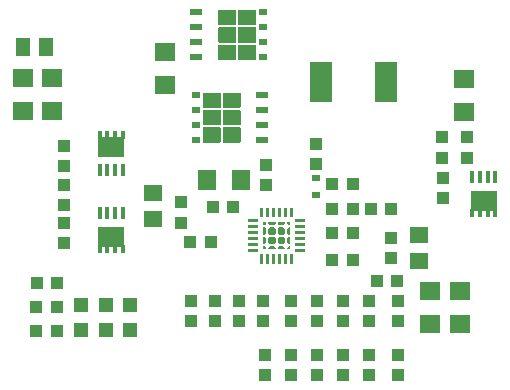
<source format=gbr>
G04 EAGLE Gerber RS-274X export*
G75*
%MOMM*%
%FSLAX34Y34*%
%LPD*%
%INSolderpaste Top*%
%IPPOS*%
%AMOC8*
5,1,8,0,0,1.08239X$1,22.5*%
G01*
%ADD10R,1.800000X1.600000*%
%ADD11R,1.100000X1.000000*%
%ADD12R,1.000000X1.100000*%
%ADD13R,1.300000X1.500000*%
%ADD14R,1.270000X1.270000*%
%ADD15R,1.850000X3.500000*%
%ADD16R,0.406400X0.990600*%
%ADD17R,2.235200X1.727200*%
%ADD18R,0.406400X0.762000*%
%ADD19R,0.766000X0.510000*%
%ADD20R,1.072000X0.560000*%
%ADD21R,1.500000X1.400000*%
%ADD22R,1.600000X1.803000*%
%ADD23R,1.803000X1.600000*%
%ADD24R,0.700000X0.600000*%

G36*
X291898Y259006D02*
X291898Y259006D01*
X291904Y259004D01*
X292003Y259014D01*
X292014Y259020D01*
X292028Y259019D01*
X292123Y259048D01*
X292132Y259056D01*
X292146Y259057D01*
X292234Y259104D01*
X292241Y259114D01*
X292254Y259118D01*
X292331Y259181D01*
X292337Y259192D01*
X292349Y259199D01*
X292412Y259276D01*
X292415Y259287D01*
X292426Y259296D01*
X292473Y259384D01*
X292474Y259396D01*
X292482Y259407D01*
X292511Y259502D01*
X292510Y259514D01*
X292516Y259527D01*
X292526Y259626D01*
X292524Y259632D01*
X292526Y259638D01*
X292526Y271322D01*
X292524Y271328D01*
X292526Y271334D01*
X292516Y271433D01*
X292510Y271444D01*
X292511Y271458D01*
X292482Y271553D01*
X292474Y271562D01*
X292473Y271576D01*
X292426Y271664D01*
X292416Y271671D01*
X292412Y271684D01*
X292349Y271761D01*
X292338Y271767D01*
X292331Y271779D01*
X292254Y271842D01*
X292243Y271845D01*
X292234Y271856D01*
X292146Y271903D01*
X292134Y271904D01*
X292123Y271912D01*
X292028Y271941D01*
X292016Y271940D01*
X292003Y271946D01*
X291904Y271956D01*
X291898Y271954D01*
X291892Y271956D01*
X278108Y271956D01*
X278102Y271954D01*
X278096Y271956D01*
X277997Y271946D01*
X277986Y271940D01*
X277972Y271941D01*
X277877Y271912D01*
X277868Y271904D01*
X277854Y271903D01*
X277766Y271856D01*
X277759Y271846D01*
X277746Y271842D01*
X277669Y271779D01*
X277663Y271768D01*
X277651Y271761D01*
X277588Y271684D01*
X277585Y271673D01*
X277574Y271664D01*
X277527Y271576D01*
X277526Y271564D01*
X277518Y271553D01*
X277489Y271458D01*
X277490Y271446D01*
X277484Y271434D01*
X277474Y271334D01*
X277476Y271328D01*
X277474Y271322D01*
X277474Y259638D01*
X277475Y259634D01*
X277474Y259631D01*
X277475Y259629D01*
X277474Y259626D01*
X277484Y259526D01*
X277490Y259516D01*
X277489Y259502D01*
X277518Y259407D01*
X277526Y259398D01*
X277527Y259384D01*
X277574Y259296D01*
X277584Y259289D01*
X277588Y259276D01*
X277651Y259199D01*
X277662Y259193D01*
X277669Y259181D01*
X277746Y259118D01*
X277757Y259115D01*
X277766Y259104D01*
X277854Y259057D01*
X277866Y259056D01*
X277877Y259048D01*
X277972Y259019D01*
X277984Y259020D01*
X277997Y259014D01*
X278096Y259004D01*
X278102Y259006D01*
X278108Y259004D01*
X291892Y259004D01*
X291898Y259006D01*
G37*
G36*
X321738Y328926D02*
X321738Y328926D01*
X321744Y328924D01*
X321843Y328934D01*
X321854Y328940D01*
X321868Y328939D01*
X321963Y328968D01*
X321972Y328976D01*
X321986Y328977D01*
X322074Y329024D01*
X322081Y329034D01*
X322094Y329038D01*
X322171Y329101D01*
X322177Y329112D01*
X322189Y329119D01*
X322252Y329196D01*
X322255Y329207D01*
X322266Y329216D01*
X322313Y329304D01*
X322314Y329316D01*
X322322Y329327D01*
X322351Y329422D01*
X322350Y329434D01*
X322356Y329446D01*
X322366Y329546D01*
X322364Y329552D01*
X322366Y329558D01*
X322366Y341242D01*
X322364Y341248D01*
X322366Y341254D01*
X322356Y341354D01*
X322350Y341364D01*
X322351Y341378D01*
X322322Y341473D01*
X322314Y341482D01*
X322313Y341496D01*
X322266Y341584D01*
X322256Y341591D01*
X322252Y341604D01*
X322189Y341681D01*
X322178Y341687D01*
X322171Y341699D01*
X322094Y341762D01*
X322083Y341765D01*
X322074Y341776D01*
X321986Y341823D01*
X321974Y341824D01*
X321963Y341832D01*
X321868Y341861D01*
X321856Y341860D01*
X321843Y341866D01*
X321744Y341876D01*
X321738Y341874D01*
X321732Y341876D01*
X307948Y341876D01*
X307942Y341874D01*
X307936Y341876D01*
X307837Y341866D01*
X307826Y341860D01*
X307812Y341861D01*
X307717Y341832D01*
X307708Y341824D01*
X307694Y341823D01*
X307606Y341776D01*
X307599Y341766D01*
X307586Y341762D01*
X307509Y341699D01*
X307503Y341688D01*
X307491Y341681D01*
X307428Y341604D01*
X307425Y341593D01*
X307414Y341584D01*
X307367Y341496D01*
X307366Y341484D01*
X307358Y341473D01*
X307329Y341378D01*
X307330Y341366D01*
X307324Y341353D01*
X307314Y341254D01*
X307316Y341248D01*
X307314Y341242D01*
X307314Y329558D01*
X307315Y329554D01*
X307314Y329551D01*
X307315Y329549D01*
X307314Y329546D01*
X307324Y329447D01*
X307330Y329436D01*
X307329Y329422D01*
X307358Y329327D01*
X307366Y329318D01*
X307367Y329304D01*
X307414Y329216D01*
X307424Y329209D01*
X307428Y329196D01*
X307491Y329119D01*
X307502Y329113D01*
X307509Y329101D01*
X307586Y329038D01*
X307597Y329035D01*
X307606Y329024D01*
X307694Y328977D01*
X307706Y328976D01*
X307717Y328968D01*
X307812Y328939D01*
X307824Y328940D01*
X307837Y328934D01*
X307936Y328924D01*
X307942Y328926D01*
X307948Y328924D01*
X321732Y328924D01*
X321738Y328926D01*
G37*
G36*
X291898Y273706D02*
X291898Y273706D01*
X291904Y273704D01*
X292003Y273714D01*
X292014Y273720D01*
X292028Y273719D01*
X292123Y273748D01*
X292132Y273756D01*
X292146Y273757D01*
X292234Y273804D01*
X292241Y273814D01*
X292254Y273818D01*
X292331Y273881D01*
X292337Y273892D01*
X292349Y273899D01*
X292412Y273976D01*
X292415Y273987D01*
X292426Y273996D01*
X292473Y274084D01*
X292474Y274096D01*
X292482Y274107D01*
X292511Y274202D01*
X292510Y274214D01*
X292516Y274227D01*
X292526Y274326D01*
X292524Y274332D01*
X292526Y274338D01*
X292526Y286022D01*
X292524Y286028D01*
X292526Y286034D01*
X292516Y286133D01*
X292510Y286144D01*
X292511Y286158D01*
X292482Y286253D01*
X292474Y286262D01*
X292473Y286276D01*
X292426Y286364D01*
X292416Y286371D01*
X292412Y286384D01*
X292349Y286461D01*
X292338Y286467D01*
X292331Y286479D01*
X292254Y286542D01*
X292243Y286545D01*
X292234Y286556D01*
X292146Y286603D01*
X292134Y286604D01*
X292123Y286612D01*
X292028Y286641D01*
X292016Y286640D01*
X292003Y286646D01*
X291904Y286656D01*
X291898Y286654D01*
X291892Y286656D01*
X278108Y286656D01*
X278102Y286654D01*
X278096Y286656D01*
X277997Y286646D01*
X277986Y286640D01*
X277972Y286641D01*
X277877Y286612D01*
X277868Y286604D01*
X277854Y286603D01*
X277766Y286556D01*
X277759Y286546D01*
X277746Y286542D01*
X277669Y286479D01*
X277663Y286468D01*
X277651Y286461D01*
X277588Y286384D01*
X277585Y286373D01*
X277574Y286364D01*
X277527Y286276D01*
X277526Y286264D01*
X277518Y286253D01*
X277489Y286158D01*
X277490Y286146D01*
X277484Y286134D01*
X277474Y286034D01*
X277476Y286028D01*
X277474Y286022D01*
X277474Y274338D01*
X277475Y274334D01*
X277474Y274331D01*
X277475Y274329D01*
X277474Y274326D01*
X277484Y274226D01*
X277490Y274216D01*
X277489Y274202D01*
X277518Y274107D01*
X277526Y274098D01*
X277527Y274084D01*
X277574Y273996D01*
X277584Y273989D01*
X277588Y273976D01*
X277651Y273899D01*
X277662Y273893D01*
X277669Y273881D01*
X277746Y273818D01*
X277757Y273815D01*
X277766Y273804D01*
X277854Y273757D01*
X277866Y273756D01*
X277877Y273748D01*
X277972Y273719D01*
X277984Y273720D01*
X277997Y273714D01*
X278096Y273704D01*
X278102Y273706D01*
X278108Y273704D01*
X291892Y273704D01*
X291898Y273706D01*
G37*
G36*
X321738Y314226D02*
X321738Y314226D01*
X321744Y314224D01*
X321843Y314234D01*
X321854Y314240D01*
X321868Y314239D01*
X321963Y314268D01*
X321972Y314276D01*
X321986Y314277D01*
X322074Y314324D01*
X322081Y314334D01*
X322094Y314338D01*
X322171Y314401D01*
X322177Y314412D01*
X322189Y314419D01*
X322252Y314496D01*
X322255Y314507D01*
X322266Y314516D01*
X322313Y314604D01*
X322314Y314616D01*
X322322Y314627D01*
X322351Y314722D01*
X322350Y314734D01*
X322356Y314747D01*
X322366Y314846D01*
X322364Y314852D01*
X322366Y314858D01*
X322366Y326542D01*
X322364Y326548D01*
X322366Y326554D01*
X322356Y326654D01*
X322350Y326664D01*
X322351Y326678D01*
X322322Y326773D01*
X322314Y326782D01*
X322313Y326796D01*
X322266Y326884D01*
X322256Y326891D01*
X322252Y326904D01*
X322189Y326981D01*
X322178Y326987D01*
X322171Y326999D01*
X322094Y327062D01*
X322083Y327065D01*
X322074Y327076D01*
X321986Y327123D01*
X321974Y327124D01*
X321963Y327132D01*
X321868Y327161D01*
X321856Y327160D01*
X321843Y327166D01*
X321744Y327176D01*
X321738Y327174D01*
X321732Y327176D01*
X307948Y327176D01*
X307942Y327174D01*
X307936Y327176D01*
X307837Y327166D01*
X307826Y327160D01*
X307812Y327161D01*
X307717Y327132D01*
X307708Y327124D01*
X307694Y327123D01*
X307606Y327076D01*
X307599Y327066D01*
X307586Y327062D01*
X307509Y326999D01*
X307503Y326988D01*
X307491Y326981D01*
X307428Y326904D01*
X307425Y326893D01*
X307414Y326884D01*
X307367Y326796D01*
X307366Y326784D01*
X307358Y326773D01*
X307329Y326678D01*
X307330Y326666D01*
X307324Y326653D01*
X307314Y326554D01*
X307316Y326548D01*
X307314Y326542D01*
X307314Y314858D01*
X307315Y314854D01*
X307314Y314851D01*
X307315Y314849D01*
X307314Y314846D01*
X307324Y314747D01*
X307330Y314736D01*
X307329Y314722D01*
X307358Y314627D01*
X307366Y314618D01*
X307367Y314604D01*
X307414Y314516D01*
X307424Y314509D01*
X307428Y314496D01*
X307491Y314419D01*
X307502Y314413D01*
X307509Y314401D01*
X307586Y314338D01*
X307597Y314335D01*
X307606Y314324D01*
X307694Y314277D01*
X307706Y314276D01*
X307717Y314268D01*
X307812Y314239D01*
X307824Y314240D01*
X307837Y314234D01*
X307936Y314224D01*
X307942Y314226D01*
X307948Y314224D01*
X321732Y314224D01*
X321738Y314226D01*
G37*
G36*
X291898Y244306D02*
X291898Y244306D01*
X291904Y244304D01*
X292003Y244314D01*
X292014Y244320D01*
X292028Y244319D01*
X292123Y244348D01*
X292132Y244356D01*
X292146Y244357D01*
X292234Y244404D01*
X292241Y244414D01*
X292254Y244418D01*
X292331Y244481D01*
X292337Y244492D01*
X292349Y244499D01*
X292412Y244576D01*
X292415Y244587D01*
X292426Y244596D01*
X292473Y244684D01*
X292474Y244696D01*
X292482Y244707D01*
X292511Y244802D01*
X292510Y244814D01*
X292516Y244827D01*
X292526Y244926D01*
X292524Y244932D01*
X292526Y244938D01*
X292526Y256622D01*
X292524Y256628D01*
X292526Y256634D01*
X292516Y256733D01*
X292510Y256744D01*
X292511Y256758D01*
X292482Y256853D01*
X292474Y256862D01*
X292473Y256876D01*
X292426Y256964D01*
X292416Y256971D01*
X292412Y256984D01*
X292349Y257061D01*
X292338Y257067D01*
X292331Y257079D01*
X292254Y257142D01*
X292243Y257145D01*
X292234Y257156D01*
X292146Y257203D01*
X292134Y257204D01*
X292123Y257212D01*
X292028Y257241D01*
X292016Y257240D01*
X292003Y257246D01*
X291904Y257256D01*
X291898Y257254D01*
X291892Y257256D01*
X278108Y257256D01*
X278102Y257254D01*
X278096Y257256D01*
X277997Y257246D01*
X277986Y257240D01*
X277972Y257241D01*
X277877Y257212D01*
X277868Y257204D01*
X277854Y257203D01*
X277766Y257156D01*
X277759Y257146D01*
X277746Y257142D01*
X277669Y257079D01*
X277663Y257068D01*
X277651Y257061D01*
X277588Y256984D01*
X277585Y256973D01*
X277574Y256964D01*
X277527Y256876D01*
X277526Y256864D01*
X277518Y256853D01*
X277489Y256758D01*
X277490Y256746D01*
X277484Y256734D01*
X277474Y256634D01*
X277476Y256628D01*
X277474Y256622D01*
X277474Y244938D01*
X277475Y244934D01*
X277474Y244931D01*
X277475Y244929D01*
X277474Y244926D01*
X277484Y244827D01*
X277490Y244816D01*
X277489Y244802D01*
X277518Y244707D01*
X277526Y244698D01*
X277527Y244684D01*
X277574Y244596D01*
X277584Y244589D01*
X277588Y244576D01*
X277651Y244499D01*
X277662Y244493D01*
X277669Y244481D01*
X277746Y244418D01*
X277757Y244415D01*
X277766Y244404D01*
X277854Y244357D01*
X277866Y244356D01*
X277877Y244348D01*
X277972Y244319D01*
X277984Y244320D01*
X277997Y244314D01*
X278096Y244304D01*
X278102Y244306D01*
X278108Y244304D01*
X291892Y244304D01*
X291898Y244306D01*
G37*
G36*
X321738Y343626D02*
X321738Y343626D01*
X321744Y343624D01*
X321843Y343634D01*
X321854Y343640D01*
X321868Y343639D01*
X321963Y343668D01*
X321972Y343676D01*
X321986Y343677D01*
X322074Y343724D01*
X322081Y343734D01*
X322094Y343738D01*
X322171Y343801D01*
X322177Y343812D01*
X322189Y343819D01*
X322252Y343896D01*
X322255Y343907D01*
X322266Y343916D01*
X322313Y344004D01*
X322314Y344016D01*
X322322Y344027D01*
X322351Y344122D01*
X322350Y344134D01*
X322356Y344146D01*
X322366Y344246D01*
X322364Y344252D01*
X322366Y344258D01*
X322366Y355942D01*
X322364Y355948D01*
X322366Y355954D01*
X322356Y356054D01*
X322350Y356064D01*
X322351Y356078D01*
X322322Y356173D01*
X322314Y356182D01*
X322313Y356196D01*
X322266Y356284D01*
X322256Y356291D01*
X322252Y356304D01*
X322189Y356381D01*
X322178Y356387D01*
X322171Y356399D01*
X322094Y356462D01*
X322083Y356465D01*
X322074Y356476D01*
X321986Y356523D01*
X321974Y356524D01*
X321963Y356532D01*
X321868Y356561D01*
X321856Y356560D01*
X321843Y356566D01*
X321744Y356576D01*
X321738Y356574D01*
X321732Y356576D01*
X307948Y356576D01*
X307942Y356574D01*
X307936Y356576D01*
X307837Y356566D01*
X307826Y356560D01*
X307812Y356561D01*
X307717Y356532D01*
X307708Y356524D01*
X307694Y356523D01*
X307606Y356476D01*
X307599Y356466D01*
X307586Y356462D01*
X307509Y356399D01*
X307503Y356388D01*
X307491Y356381D01*
X307428Y356304D01*
X307425Y356293D01*
X307414Y356284D01*
X307367Y356196D01*
X307366Y356184D01*
X307358Y356173D01*
X307329Y356078D01*
X307330Y356066D01*
X307324Y356053D01*
X307314Y355954D01*
X307316Y355948D01*
X307314Y355942D01*
X307314Y344258D01*
X307315Y344254D01*
X307314Y344251D01*
X307315Y344249D01*
X307314Y344246D01*
X307324Y344147D01*
X307330Y344136D01*
X307329Y344122D01*
X307358Y344027D01*
X307366Y344018D01*
X307367Y344004D01*
X307414Y343916D01*
X307424Y343909D01*
X307428Y343896D01*
X307491Y343819D01*
X307502Y343813D01*
X307509Y343801D01*
X307586Y343738D01*
X307597Y343735D01*
X307606Y343724D01*
X307694Y343677D01*
X307706Y343676D01*
X307717Y343668D01*
X307812Y343639D01*
X307824Y343640D01*
X307837Y343634D01*
X307936Y343624D01*
X307942Y343626D01*
X307948Y343624D01*
X321732Y343624D01*
X321738Y343626D01*
G37*
G36*
X304938Y328926D02*
X304938Y328926D01*
X304944Y328924D01*
X305043Y328934D01*
X305054Y328940D01*
X305068Y328939D01*
X305163Y328968D01*
X305172Y328976D01*
X305186Y328977D01*
X305274Y329024D01*
X305281Y329034D01*
X305294Y329038D01*
X305371Y329101D01*
X305377Y329112D01*
X305389Y329119D01*
X305452Y329196D01*
X305455Y329207D01*
X305466Y329216D01*
X305513Y329304D01*
X305514Y329316D01*
X305522Y329327D01*
X305551Y329422D01*
X305550Y329434D01*
X305556Y329447D01*
X305566Y329546D01*
X305564Y329552D01*
X305566Y329558D01*
X305566Y341242D01*
X305564Y341248D01*
X305566Y341254D01*
X305556Y341353D01*
X305550Y341364D01*
X305551Y341378D01*
X305522Y341473D01*
X305514Y341482D01*
X305513Y341496D01*
X305466Y341584D01*
X305456Y341591D01*
X305452Y341604D01*
X305389Y341681D01*
X305378Y341687D01*
X305371Y341699D01*
X305294Y341762D01*
X305283Y341765D01*
X305274Y341776D01*
X305186Y341823D01*
X305174Y341824D01*
X305163Y341832D01*
X305068Y341861D01*
X305056Y341860D01*
X305043Y341866D01*
X304944Y341876D01*
X304938Y341874D01*
X304932Y341876D01*
X291148Y341876D01*
X291142Y341874D01*
X291136Y341876D01*
X291037Y341866D01*
X291026Y341860D01*
X291012Y341861D01*
X290917Y341832D01*
X290908Y341824D01*
X290894Y341823D01*
X290806Y341776D01*
X290799Y341766D01*
X290786Y341762D01*
X290709Y341699D01*
X290703Y341688D01*
X290691Y341681D01*
X290628Y341604D01*
X290625Y341593D01*
X290614Y341584D01*
X290567Y341496D01*
X290566Y341484D01*
X290558Y341473D01*
X290529Y341378D01*
X290530Y341366D01*
X290524Y341354D01*
X290514Y341254D01*
X290516Y341248D01*
X290514Y341242D01*
X290514Y329558D01*
X290515Y329554D01*
X290514Y329551D01*
X290515Y329549D01*
X290514Y329546D01*
X290524Y329446D01*
X290530Y329436D01*
X290529Y329422D01*
X290558Y329327D01*
X290566Y329318D01*
X290567Y329304D01*
X290614Y329216D01*
X290624Y329209D01*
X290628Y329196D01*
X290691Y329119D01*
X290702Y329113D01*
X290709Y329101D01*
X290786Y329038D01*
X290797Y329035D01*
X290806Y329024D01*
X290894Y328977D01*
X290906Y328976D01*
X290917Y328968D01*
X291012Y328939D01*
X291024Y328940D01*
X291037Y328934D01*
X291136Y328924D01*
X291142Y328926D01*
X291148Y328924D01*
X304932Y328924D01*
X304938Y328926D01*
G37*
G36*
X308698Y259006D02*
X308698Y259006D01*
X308704Y259004D01*
X308803Y259014D01*
X308814Y259020D01*
X308828Y259019D01*
X308923Y259048D01*
X308932Y259056D01*
X308946Y259057D01*
X309034Y259104D01*
X309041Y259114D01*
X309054Y259118D01*
X309131Y259181D01*
X309137Y259192D01*
X309149Y259199D01*
X309212Y259276D01*
X309215Y259287D01*
X309226Y259296D01*
X309273Y259384D01*
X309274Y259396D01*
X309282Y259407D01*
X309311Y259502D01*
X309310Y259514D01*
X309316Y259526D01*
X309326Y259626D01*
X309324Y259632D01*
X309326Y259638D01*
X309326Y271322D01*
X309324Y271328D01*
X309326Y271334D01*
X309316Y271434D01*
X309310Y271444D01*
X309311Y271458D01*
X309282Y271553D01*
X309274Y271562D01*
X309273Y271576D01*
X309226Y271664D01*
X309216Y271671D01*
X309212Y271684D01*
X309149Y271761D01*
X309138Y271767D01*
X309131Y271779D01*
X309054Y271842D01*
X309043Y271845D01*
X309034Y271856D01*
X308946Y271903D01*
X308934Y271904D01*
X308923Y271912D01*
X308828Y271941D01*
X308816Y271940D01*
X308803Y271946D01*
X308704Y271956D01*
X308698Y271954D01*
X308692Y271956D01*
X294908Y271956D01*
X294902Y271954D01*
X294896Y271956D01*
X294797Y271946D01*
X294786Y271940D01*
X294772Y271941D01*
X294677Y271912D01*
X294668Y271904D01*
X294654Y271903D01*
X294566Y271856D01*
X294559Y271846D01*
X294546Y271842D01*
X294469Y271779D01*
X294463Y271768D01*
X294451Y271761D01*
X294388Y271684D01*
X294385Y271673D01*
X294374Y271664D01*
X294327Y271576D01*
X294326Y271564D01*
X294318Y271553D01*
X294289Y271458D01*
X294290Y271446D01*
X294284Y271433D01*
X294274Y271334D01*
X294276Y271328D01*
X294274Y271322D01*
X294274Y259638D01*
X294275Y259634D01*
X294274Y259631D01*
X294275Y259629D01*
X294274Y259626D01*
X294284Y259527D01*
X294290Y259516D01*
X294289Y259502D01*
X294318Y259407D01*
X294326Y259398D01*
X294327Y259384D01*
X294374Y259296D01*
X294384Y259289D01*
X294388Y259276D01*
X294451Y259199D01*
X294462Y259193D01*
X294469Y259181D01*
X294546Y259118D01*
X294557Y259115D01*
X294566Y259104D01*
X294654Y259057D01*
X294666Y259056D01*
X294677Y259048D01*
X294772Y259019D01*
X294784Y259020D01*
X294797Y259014D01*
X294896Y259004D01*
X294902Y259006D01*
X294908Y259004D01*
X308692Y259004D01*
X308698Y259006D01*
G37*
G36*
X304938Y343626D02*
X304938Y343626D01*
X304944Y343624D01*
X305043Y343634D01*
X305054Y343640D01*
X305068Y343639D01*
X305163Y343668D01*
X305172Y343676D01*
X305186Y343677D01*
X305274Y343724D01*
X305281Y343734D01*
X305294Y343738D01*
X305371Y343801D01*
X305377Y343812D01*
X305389Y343819D01*
X305452Y343896D01*
X305455Y343907D01*
X305466Y343916D01*
X305513Y344004D01*
X305514Y344016D01*
X305522Y344027D01*
X305551Y344122D01*
X305550Y344134D01*
X305556Y344147D01*
X305566Y344246D01*
X305564Y344252D01*
X305566Y344258D01*
X305566Y355942D01*
X305564Y355948D01*
X305566Y355954D01*
X305556Y356053D01*
X305550Y356064D01*
X305551Y356078D01*
X305522Y356173D01*
X305514Y356182D01*
X305513Y356196D01*
X305466Y356284D01*
X305456Y356291D01*
X305452Y356304D01*
X305389Y356381D01*
X305378Y356387D01*
X305371Y356399D01*
X305294Y356462D01*
X305283Y356465D01*
X305274Y356476D01*
X305186Y356523D01*
X305174Y356524D01*
X305163Y356532D01*
X305068Y356561D01*
X305056Y356560D01*
X305043Y356566D01*
X304944Y356576D01*
X304938Y356574D01*
X304932Y356576D01*
X291148Y356576D01*
X291142Y356574D01*
X291136Y356576D01*
X291037Y356566D01*
X291026Y356560D01*
X291012Y356561D01*
X290917Y356532D01*
X290908Y356524D01*
X290894Y356523D01*
X290806Y356476D01*
X290799Y356466D01*
X290786Y356462D01*
X290709Y356399D01*
X290703Y356388D01*
X290691Y356381D01*
X290628Y356304D01*
X290625Y356293D01*
X290614Y356284D01*
X290567Y356196D01*
X290566Y356184D01*
X290558Y356173D01*
X290529Y356078D01*
X290530Y356066D01*
X290524Y356054D01*
X290514Y355954D01*
X290516Y355948D01*
X290514Y355942D01*
X290514Y344258D01*
X290515Y344254D01*
X290514Y344251D01*
X290515Y344249D01*
X290514Y344246D01*
X290524Y344146D01*
X290530Y344136D01*
X290529Y344122D01*
X290558Y344027D01*
X290566Y344018D01*
X290567Y344004D01*
X290614Y343916D01*
X290624Y343909D01*
X290628Y343896D01*
X290691Y343819D01*
X290702Y343813D01*
X290709Y343801D01*
X290786Y343738D01*
X290797Y343735D01*
X290806Y343724D01*
X290894Y343677D01*
X290906Y343676D01*
X290917Y343668D01*
X291012Y343639D01*
X291024Y343640D01*
X291037Y343634D01*
X291136Y343624D01*
X291142Y343626D01*
X291148Y343624D01*
X304932Y343624D01*
X304938Y343626D01*
G37*
G36*
X308698Y244306D02*
X308698Y244306D01*
X308704Y244304D01*
X308803Y244314D01*
X308814Y244320D01*
X308828Y244319D01*
X308923Y244348D01*
X308932Y244356D01*
X308946Y244357D01*
X309034Y244404D01*
X309041Y244414D01*
X309054Y244418D01*
X309131Y244481D01*
X309137Y244492D01*
X309149Y244499D01*
X309212Y244576D01*
X309215Y244587D01*
X309226Y244596D01*
X309273Y244684D01*
X309274Y244696D01*
X309282Y244707D01*
X309311Y244802D01*
X309310Y244814D01*
X309316Y244827D01*
X309326Y244926D01*
X309324Y244932D01*
X309326Y244938D01*
X309326Y256622D01*
X309324Y256628D01*
X309326Y256634D01*
X309316Y256734D01*
X309310Y256744D01*
X309311Y256758D01*
X309282Y256853D01*
X309274Y256862D01*
X309273Y256876D01*
X309226Y256964D01*
X309216Y256971D01*
X309212Y256984D01*
X309149Y257061D01*
X309138Y257067D01*
X309131Y257079D01*
X309054Y257142D01*
X309043Y257145D01*
X309034Y257156D01*
X308946Y257203D01*
X308934Y257204D01*
X308923Y257212D01*
X308828Y257241D01*
X308816Y257240D01*
X308803Y257246D01*
X308704Y257256D01*
X308698Y257254D01*
X308692Y257256D01*
X294908Y257256D01*
X294902Y257254D01*
X294896Y257256D01*
X294797Y257246D01*
X294786Y257240D01*
X294772Y257241D01*
X294677Y257212D01*
X294668Y257204D01*
X294654Y257203D01*
X294566Y257156D01*
X294559Y257146D01*
X294546Y257142D01*
X294469Y257079D01*
X294463Y257068D01*
X294451Y257061D01*
X294388Y256984D01*
X294385Y256973D01*
X294374Y256964D01*
X294327Y256876D01*
X294326Y256864D01*
X294318Y256853D01*
X294289Y256758D01*
X294290Y256746D01*
X294284Y256733D01*
X294274Y256634D01*
X294276Y256628D01*
X294274Y256622D01*
X294274Y244938D01*
X294275Y244934D01*
X294274Y244931D01*
X294275Y244929D01*
X294274Y244926D01*
X294284Y244827D01*
X294290Y244816D01*
X294289Y244802D01*
X294318Y244707D01*
X294326Y244698D01*
X294327Y244684D01*
X294374Y244596D01*
X294384Y244589D01*
X294388Y244576D01*
X294451Y244499D01*
X294462Y244493D01*
X294469Y244481D01*
X294546Y244418D01*
X294557Y244415D01*
X294566Y244404D01*
X294654Y244357D01*
X294666Y244356D01*
X294677Y244348D01*
X294772Y244319D01*
X294784Y244320D01*
X294797Y244314D01*
X294896Y244304D01*
X294902Y244306D01*
X294908Y244304D01*
X308692Y244304D01*
X308698Y244306D01*
G37*
G36*
X304938Y314226D02*
X304938Y314226D01*
X304944Y314224D01*
X305043Y314234D01*
X305054Y314240D01*
X305068Y314239D01*
X305163Y314268D01*
X305172Y314276D01*
X305186Y314277D01*
X305274Y314324D01*
X305281Y314334D01*
X305294Y314338D01*
X305371Y314401D01*
X305377Y314412D01*
X305389Y314419D01*
X305452Y314496D01*
X305455Y314507D01*
X305466Y314516D01*
X305513Y314604D01*
X305514Y314616D01*
X305522Y314627D01*
X305551Y314722D01*
X305550Y314734D01*
X305556Y314747D01*
X305566Y314846D01*
X305564Y314852D01*
X305566Y314858D01*
X305566Y326542D01*
X305564Y326548D01*
X305566Y326554D01*
X305556Y326653D01*
X305550Y326664D01*
X305551Y326678D01*
X305522Y326773D01*
X305514Y326782D01*
X305513Y326796D01*
X305466Y326884D01*
X305456Y326891D01*
X305452Y326904D01*
X305389Y326981D01*
X305378Y326987D01*
X305371Y326999D01*
X305294Y327062D01*
X305283Y327065D01*
X305274Y327076D01*
X305186Y327123D01*
X305174Y327124D01*
X305163Y327132D01*
X305068Y327161D01*
X305056Y327160D01*
X305043Y327166D01*
X304944Y327176D01*
X304938Y327174D01*
X304932Y327176D01*
X291148Y327176D01*
X291142Y327174D01*
X291136Y327176D01*
X291037Y327166D01*
X291026Y327160D01*
X291012Y327161D01*
X290917Y327132D01*
X290908Y327124D01*
X290894Y327123D01*
X290806Y327076D01*
X290799Y327066D01*
X290786Y327062D01*
X290709Y326999D01*
X290703Y326988D01*
X290691Y326981D01*
X290628Y326904D01*
X290625Y326893D01*
X290614Y326884D01*
X290567Y326796D01*
X290566Y326784D01*
X290558Y326773D01*
X290529Y326678D01*
X290530Y326666D01*
X290524Y326654D01*
X290514Y326554D01*
X290516Y326548D01*
X290514Y326542D01*
X290514Y314858D01*
X290515Y314854D01*
X290514Y314851D01*
X290515Y314849D01*
X290514Y314846D01*
X290524Y314747D01*
X290530Y314736D01*
X290529Y314722D01*
X290558Y314627D01*
X290566Y314618D01*
X290567Y314604D01*
X290614Y314516D01*
X290624Y314509D01*
X290628Y314496D01*
X290691Y314419D01*
X290702Y314413D01*
X290709Y314401D01*
X290786Y314338D01*
X290797Y314335D01*
X290806Y314324D01*
X290894Y314277D01*
X290906Y314276D01*
X290917Y314268D01*
X291012Y314239D01*
X291024Y314240D01*
X291037Y314234D01*
X291136Y314224D01*
X291142Y314226D01*
X291148Y314224D01*
X304932Y314224D01*
X304938Y314226D01*
G37*
G36*
X308698Y273706D02*
X308698Y273706D01*
X308704Y273704D01*
X308803Y273714D01*
X308814Y273720D01*
X308828Y273719D01*
X308923Y273748D01*
X308932Y273756D01*
X308946Y273757D01*
X309034Y273804D01*
X309041Y273814D01*
X309054Y273818D01*
X309131Y273881D01*
X309137Y273892D01*
X309149Y273899D01*
X309212Y273976D01*
X309215Y273987D01*
X309226Y273996D01*
X309273Y274084D01*
X309274Y274096D01*
X309282Y274107D01*
X309311Y274202D01*
X309310Y274214D01*
X309316Y274226D01*
X309326Y274326D01*
X309324Y274332D01*
X309326Y274338D01*
X309326Y286022D01*
X309324Y286028D01*
X309326Y286034D01*
X309316Y286134D01*
X309310Y286144D01*
X309311Y286158D01*
X309282Y286253D01*
X309274Y286262D01*
X309273Y286276D01*
X309226Y286364D01*
X309216Y286371D01*
X309212Y286384D01*
X309149Y286461D01*
X309138Y286467D01*
X309131Y286479D01*
X309054Y286542D01*
X309043Y286545D01*
X309034Y286556D01*
X308946Y286603D01*
X308934Y286604D01*
X308923Y286612D01*
X308828Y286641D01*
X308816Y286640D01*
X308803Y286646D01*
X308704Y286656D01*
X308698Y286654D01*
X308692Y286656D01*
X294908Y286656D01*
X294902Y286654D01*
X294896Y286656D01*
X294797Y286646D01*
X294786Y286640D01*
X294772Y286641D01*
X294677Y286612D01*
X294668Y286604D01*
X294654Y286603D01*
X294566Y286556D01*
X294559Y286546D01*
X294546Y286542D01*
X294469Y286479D01*
X294463Y286468D01*
X294451Y286461D01*
X294388Y286384D01*
X294385Y286373D01*
X294374Y286364D01*
X294327Y286276D01*
X294326Y286264D01*
X294318Y286253D01*
X294289Y286158D01*
X294290Y286146D01*
X294284Y286133D01*
X294274Y286034D01*
X294276Y286028D01*
X294274Y286022D01*
X294274Y274338D01*
X294275Y274334D01*
X294274Y274331D01*
X294275Y274329D01*
X294274Y274326D01*
X294284Y274227D01*
X294290Y274216D01*
X294289Y274202D01*
X294318Y274107D01*
X294326Y274098D01*
X294327Y274084D01*
X294374Y273996D01*
X294384Y273989D01*
X294388Y273976D01*
X294451Y273899D01*
X294462Y273893D01*
X294469Y273881D01*
X294546Y273818D01*
X294557Y273815D01*
X294566Y273804D01*
X294654Y273757D01*
X294666Y273756D01*
X294677Y273748D01*
X294772Y273719D01*
X294784Y273720D01*
X294797Y273714D01*
X294896Y273704D01*
X294902Y273706D01*
X294908Y273704D01*
X308692Y273704D01*
X308698Y273706D01*
G37*
G36*
X337509Y158401D02*
X337509Y158401D01*
X337512Y158400D01*
X337595Y158437D01*
X339009Y159851D01*
X339011Y159854D01*
X339013Y159855D01*
X339046Y159940D01*
X339046Y162986D01*
X339045Y162989D01*
X339046Y162992D01*
X339009Y163075D01*
X337595Y164489D01*
X337592Y164491D01*
X337591Y164493D01*
X337506Y164526D01*
X334460Y164526D01*
X334457Y164525D01*
X334454Y164526D01*
X334371Y164489D01*
X332957Y163075D01*
X332956Y163072D01*
X332953Y163071D01*
X332920Y162986D01*
X332920Y159940D01*
X332921Y159937D01*
X332920Y159934D01*
X332957Y159851D01*
X334371Y158437D01*
X334374Y158436D01*
X334375Y158433D01*
X334460Y158400D01*
X337506Y158400D01*
X337509Y158401D01*
G37*
G36*
X345383Y158401D02*
X345383Y158401D01*
X345386Y158400D01*
X345469Y158437D01*
X346883Y159851D01*
X346885Y159854D01*
X346887Y159855D01*
X346920Y159940D01*
X346920Y162986D01*
X346919Y162989D01*
X346920Y162992D01*
X346883Y163075D01*
X345469Y164489D01*
X345466Y164491D01*
X345465Y164493D01*
X345380Y164526D01*
X342334Y164526D01*
X342331Y164525D01*
X342328Y164526D01*
X342245Y164489D01*
X340831Y163075D01*
X340830Y163072D01*
X340827Y163071D01*
X340794Y162986D01*
X340794Y159940D01*
X340795Y159937D01*
X340794Y159934D01*
X340831Y159851D01*
X342245Y158437D01*
X342248Y158436D01*
X342249Y158433D01*
X342334Y158400D01*
X345380Y158400D01*
X345383Y158401D01*
G37*
G36*
X337509Y166275D02*
X337509Y166275D01*
X337512Y166274D01*
X337595Y166311D01*
X339009Y167725D01*
X339011Y167728D01*
X339013Y167729D01*
X339046Y167814D01*
X339046Y170860D01*
X339045Y170863D01*
X339046Y170866D01*
X339009Y170949D01*
X337595Y172363D01*
X337592Y172365D01*
X337591Y172367D01*
X337506Y172400D01*
X334460Y172400D01*
X334457Y172399D01*
X334454Y172400D01*
X334371Y172363D01*
X332957Y170949D01*
X332956Y170946D01*
X332953Y170945D01*
X332920Y170860D01*
X332920Y167814D01*
X332921Y167811D01*
X332920Y167808D01*
X332957Y167725D01*
X334371Y166311D01*
X334374Y166310D01*
X334375Y166307D01*
X334460Y166274D01*
X337506Y166274D01*
X337509Y166275D01*
G37*
G36*
X345383Y166275D02*
X345383Y166275D01*
X345386Y166274D01*
X345469Y166311D01*
X346883Y167725D01*
X346885Y167728D01*
X346887Y167729D01*
X346920Y167814D01*
X346920Y170860D01*
X346919Y170863D01*
X346920Y170866D01*
X346883Y170949D01*
X345469Y172363D01*
X345466Y172365D01*
X345465Y172367D01*
X345380Y172400D01*
X342334Y172400D01*
X342331Y172399D01*
X342328Y172400D01*
X342245Y172363D01*
X340831Y170949D01*
X340830Y170946D01*
X340827Y170945D01*
X340794Y170860D01*
X340794Y167814D01*
X340795Y167811D01*
X340794Y167808D01*
X340831Y167725D01*
X342245Y166311D01*
X342248Y166310D01*
X342249Y166307D01*
X342334Y166274D01*
X345380Y166274D01*
X345383Y166275D01*
G37*
G36*
X363673Y171624D02*
X363673Y171624D01*
X363675Y171623D01*
X363718Y171643D01*
X363762Y171661D01*
X363763Y171663D01*
X363765Y171664D01*
X363797Y171749D01*
X363797Y174051D01*
X363797Y174053D01*
X363797Y174055D01*
X363777Y174098D01*
X363759Y174142D01*
X363757Y174143D01*
X363756Y174145D01*
X363671Y174177D01*
X355669Y174177D01*
X355667Y174177D01*
X355665Y174177D01*
X355622Y174157D01*
X355578Y174139D01*
X355577Y174137D01*
X355575Y174136D01*
X355543Y174051D01*
X355543Y171749D01*
X355544Y171747D01*
X355543Y171745D01*
X355563Y171702D01*
X355581Y171658D01*
X355583Y171657D01*
X355584Y171655D01*
X355669Y171623D01*
X363671Y171623D01*
X363673Y171624D01*
G37*
G36*
X324173Y156624D02*
X324173Y156624D01*
X324175Y156623D01*
X324218Y156643D01*
X324262Y156661D01*
X324263Y156663D01*
X324265Y156664D01*
X324297Y156749D01*
X324297Y159051D01*
X324297Y159053D01*
X324297Y159055D01*
X324277Y159098D01*
X324259Y159142D01*
X324257Y159143D01*
X324256Y159145D01*
X324171Y159177D01*
X316169Y159177D01*
X316167Y159177D01*
X316165Y159177D01*
X316122Y159157D01*
X316078Y159139D01*
X316077Y159137D01*
X316075Y159136D01*
X316043Y159051D01*
X316043Y156749D01*
X316044Y156747D01*
X316043Y156745D01*
X316063Y156702D01*
X316081Y156658D01*
X316083Y156657D01*
X316084Y156655D01*
X316169Y156623D01*
X324171Y156623D01*
X324173Y156624D01*
G37*
G36*
X338572Y181024D02*
X338572Y181024D01*
X338574Y181023D01*
X338618Y181043D01*
X338661Y181061D01*
X338662Y181063D01*
X338664Y181064D01*
X338697Y181149D01*
X338697Y189151D01*
X338696Y189153D01*
X338697Y189155D01*
X338677Y189198D01*
X338658Y189242D01*
X338656Y189243D01*
X338655Y189245D01*
X338570Y189277D01*
X336268Y189277D01*
X336266Y189277D01*
X336264Y189277D01*
X336221Y189257D01*
X336178Y189239D01*
X336177Y189237D01*
X336175Y189236D01*
X336142Y189151D01*
X336142Y181149D01*
X336143Y181147D01*
X336142Y181145D01*
X336162Y181102D01*
X336180Y181058D01*
X336182Y181057D01*
X336183Y181055D01*
X336268Y181023D01*
X338570Y181023D01*
X338572Y181024D01*
G37*
G36*
X333571Y181024D02*
X333571Y181024D01*
X333573Y181023D01*
X333616Y181043D01*
X333660Y181061D01*
X333661Y181063D01*
X333663Y181064D01*
X333695Y181149D01*
X333695Y189151D01*
X333695Y189153D01*
X333695Y189155D01*
X333676Y189198D01*
X333657Y189242D01*
X333655Y189243D01*
X333654Y189245D01*
X333569Y189277D01*
X331267Y189277D01*
X331265Y189277D01*
X331263Y189277D01*
X331220Y189257D01*
X331176Y189239D01*
X331176Y189237D01*
X331174Y189236D01*
X331141Y189151D01*
X331141Y181149D01*
X331142Y181147D01*
X331141Y181145D01*
X331161Y181102D01*
X331179Y181058D01*
X331181Y181057D01*
X331182Y181055D01*
X331267Y181023D01*
X333569Y181023D01*
X333571Y181024D01*
G37*
G36*
X348575Y181024D02*
X348575Y181024D01*
X348577Y181023D01*
X348620Y181043D01*
X348664Y181061D01*
X348664Y181063D01*
X348666Y181064D01*
X348699Y181149D01*
X348699Y189151D01*
X348698Y189153D01*
X348699Y189155D01*
X348679Y189198D01*
X348661Y189242D01*
X348659Y189243D01*
X348658Y189245D01*
X348573Y189277D01*
X346271Y189277D01*
X346269Y189277D01*
X346267Y189277D01*
X346224Y189257D01*
X346180Y189239D01*
X346179Y189237D01*
X346177Y189236D01*
X346145Y189151D01*
X346145Y181149D01*
X346145Y181147D01*
X346145Y181145D01*
X346165Y181102D01*
X346183Y181058D01*
X346185Y181057D01*
X346186Y181055D01*
X346271Y181023D01*
X348573Y181023D01*
X348575Y181024D01*
G37*
G36*
X328570Y181024D02*
X328570Y181024D01*
X328572Y181023D01*
X328615Y181043D01*
X328659Y181061D01*
X328659Y181063D01*
X328661Y181064D01*
X328694Y181149D01*
X328694Y189151D01*
X328693Y189153D01*
X328694Y189155D01*
X328674Y189198D01*
X328656Y189242D01*
X328654Y189243D01*
X328653Y189245D01*
X328568Y189277D01*
X326266Y189277D01*
X326264Y189277D01*
X326262Y189277D01*
X326219Y189257D01*
X326175Y189239D01*
X326174Y189237D01*
X326172Y189236D01*
X326140Y189151D01*
X326140Y181149D01*
X326140Y181147D01*
X326140Y181145D01*
X326159Y181102D01*
X326178Y181058D01*
X326180Y181057D01*
X326181Y181055D01*
X326266Y181023D01*
X328568Y181023D01*
X328570Y181024D01*
G37*
G36*
X353576Y181024D02*
X353576Y181024D01*
X353578Y181023D01*
X353621Y181043D01*
X353665Y181061D01*
X353666Y181063D01*
X353668Y181064D01*
X353700Y181149D01*
X353700Y189151D01*
X353700Y189153D01*
X353700Y189155D01*
X353681Y189198D01*
X353662Y189242D01*
X353660Y189243D01*
X353659Y189245D01*
X353574Y189277D01*
X351272Y189277D01*
X351270Y189277D01*
X351268Y189277D01*
X351225Y189257D01*
X351181Y189239D01*
X351181Y189237D01*
X351179Y189236D01*
X351146Y189151D01*
X351146Y181149D01*
X351147Y181147D01*
X351146Y181145D01*
X351166Y181102D01*
X351184Y181058D01*
X351186Y181057D01*
X351187Y181055D01*
X351272Y181023D01*
X353574Y181023D01*
X353576Y181024D01*
G37*
G36*
X343574Y181024D02*
X343574Y181024D01*
X343576Y181023D01*
X343619Y181043D01*
X343662Y181061D01*
X343663Y181063D01*
X343665Y181064D01*
X343698Y181149D01*
X343698Y189151D01*
X343697Y189153D01*
X343698Y189155D01*
X343678Y189198D01*
X343660Y189242D01*
X343658Y189243D01*
X343657Y189245D01*
X343572Y189277D01*
X341270Y189277D01*
X341268Y189277D01*
X341266Y189277D01*
X341223Y189257D01*
X341179Y189239D01*
X341178Y189237D01*
X341176Y189236D01*
X341143Y189151D01*
X341143Y181149D01*
X341144Y181147D01*
X341143Y181145D01*
X341163Y181102D01*
X341182Y181058D01*
X341184Y181057D01*
X341185Y181055D01*
X341270Y181023D01*
X343572Y181023D01*
X343574Y181024D01*
G37*
G36*
X338572Y141524D02*
X338572Y141524D01*
X338574Y141523D01*
X338618Y141543D01*
X338661Y141561D01*
X338662Y141563D01*
X338664Y141564D01*
X338697Y141649D01*
X338697Y149651D01*
X338696Y149653D01*
X338697Y149655D01*
X338677Y149698D01*
X338658Y149742D01*
X338656Y149743D01*
X338655Y149745D01*
X338570Y149777D01*
X336268Y149777D01*
X336266Y149777D01*
X336264Y149777D01*
X336221Y149757D01*
X336178Y149739D01*
X336177Y149737D01*
X336175Y149736D01*
X336142Y149651D01*
X336142Y141649D01*
X336143Y141647D01*
X336142Y141645D01*
X336162Y141602D01*
X336180Y141558D01*
X336182Y141557D01*
X336183Y141555D01*
X336268Y141523D01*
X338570Y141523D01*
X338572Y141524D01*
G37*
G36*
X324173Y171624D02*
X324173Y171624D01*
X324175Y171623D01*
X324218Y171643D01*
X324262Y171661D01*
X324263Y171663D01*
X324265Y171664D01*
X324297Y171749D01*
X324297Y174051D01*
X324297Y174053D01*
X324297Y174055D01*
X324277Y174098D01*
X324259Y174142D01*
X324257Y174143D01*
X324256Y174145D01*
X324171Y174177D01*
X316169Y174177D01*
X316167Y174177D01*
X316165Y174177D01*
X316122Y174157D01*
X316078Y174139D01*
X316077Y174137D01*
X316075Y174136D01*
X316043Y174051D01*
X316043Y171749D01*
X316044Y171747D01*
X316043Y171745D01*
X316063Y171702D01*
X316081Y171658D01*
X316083Y171657D01*
X316084Y171656D01*
X316169Y171623D01*
X324171Y171623D01*
X324173Y171624D01*
G37*
G36*
X328570Y141524D02*
X328570Y141524D01*
X328572Y141523D01*
X328615Y141543D01*
X328659Y141561D01*
X328659Y141563D01*
X328661Y141564D01*
X328694Y141649D01*
X328694Y149651D01*
X328693Y149653D01*
X328694Y149655D01*
X328674Y149698D01*
X328656Y149742D01*
X328654Y149743D01*
X328653Y149745D01*
X328568Y149777D01*
X326266Y149777D01*
X326264Y149777D01*
X326262Y149777D01*
X326219Y149757D01*
X326175Y149739D01*
X326174Y149737D01*
X326172Y149736D01*
X326140Y149651D01*
X326140Y141649D01*
X326140Y141647D01*
X326140Y141645D01*
X326159Y141602D01*
X326178Y141558D01*
X326180Y141557D01*
X326181Y141555D01*
X326266Y141523D01*
X328568Y141523D01*
X328570Y141524D01*
G37*
G36*
X363673Y166624D02*
X363673Y166624D01*
X363675Y166623D01*
X363718Y166643D01*
X363762Y166661D01*
X363763Y166663D01*
X363765Y166664D01*
X363797Y166749D01*
X363797Y169051D01*
X363797Y169053D01*
X363797Y169055D01*
X363777Y169098D01*
X363759Y169142D01*
X363757Y169143D01*
X363756Y169145D01*
X363671Y169177D01*
X355669Y169177D01*
X355667Y169176D01*
X355665Y169177D01*
X355622Y169157D01*
X355578Y169139D01*
X355577Y169137D01*
X355575Y169136D01*
X355543Y169051D01*
X355543Y166749D01*
X355544Y166747D01*
X355543Y166745D01*
X355563Y166702D01*
X355581Y166658D01*
X355583Y166657D01*
X355584Y166655D01*
X355669Y166623D01*
X363671Y166623D01*
X363673Y166624D01*
G37*
G36*
X324173Y166624D02*
X324173Y166624D01*
X324175Y166623D01*
X324218Y166643D01*
X324262Y166661D01*
X324263Y166663D01*
X324265Y166664D01*
X324297Y166749D01*
X324297Y169051D01*
X324297Y169053D01*
X324297Y169055D01*
X324277Y169098D01*
X324259Y169142D01*
X324257Y169143D01*
X324256Y169145D01*
X324171Y169177D01*
X316169Y169177D01*
X316167Y169176D01*
X316165Y169177D01*
X316122Y169157D01*
X316078Y169139D01*
X316077Y169137D01*
X316075Y169136D01*
X316043Y169051D01*
X316043Y166749D01*
X316044Y166747D01*
X316043Y166745D01*
X316063Y166702D01*
X316081Y166658D01*
X316083Y166657D01*
X316084Y166655D01*
X316169Y166623D01*
X324171Y166623D01*
X324173Y166624D01*
G37*
G36*
X363673Y161624D02*
X363673Y161624D01*
X363675Y161623D01*
X363718Y161643D01*
X363762Y161661D01*
X363763Y161663D01*
X363765Y161664D01*
X363797Y161749D01*
X363797Y164051D01*
X363797Y164053D01*
X363797Y164055D01*
X363777Y164098D01*
X363759Y164142D01*
X363757Y164143D01*
X363756Y164145D01*
X363671Y164177D01*
X355669Y164177D01*
X355667Y164177D01*
X355665Y164177D01*
X355622Y164157D01*
X355578Y164139D01*
X355577Y164137D01*
X355575Y164136D01*
X355543Y164051D01*
X355543Y161749D01*
X355544Y161747D01*
X355543Y161745D01*
X355563Y161702D01*
X355581Y161658D01*
X355583Y161657D01*
X355584Y161656D01*
X355669Y161623D01*
X363671Y161623D01*
X363673Y161624D01*
G37*
G36*
X324173Y161624D02*
X324173Y161624D01*
X324175Y161623D01*
X324218Y161643D01*
X324262Y161661D01*
X324263Y161663D01*
X324265Y161664D01*
X324297Y161749D01*
X324297Y164051D01*
X324297Y164053D01*
X324297Y164055D01*
X324277Y164098D01*
X324259Y164142D01*
X324257Y164143D01*
X324256Y164145D01*
X324171Y164177D01*
X316169Y164177D01*
X316167Y164177D01*
X316165Y164177D01*
X316122Y164157D01*
X316078Y164139D01*
X316077Y164137D01*
X316075Y164136D01*
X316043Y164051D01*
X316043Y161749D01*
X316044Y161747D01*
X316043Y161745D01*
X316063Y161702D01*
X316081Y161658D01*
X316083Y161657D01*
X316084Y161656D01*
X316169Y161623D01*
X324171Y161623D01*
X324173Y161624D01*
G37*
G36*
X363673Y156624D02*
X363673Y156624D01*
X363675Y156623D01*
X363718Y156643D01*
X363762Y156661D01*
X363763Y156663D01*
X363765Y156664D01*
X363797Y156749D01*
X363797Y159051D01*
X363797Y159053D01*
X363797Y159055D01*
X363777Y159098D01*
X363759Y159142D01*
X363757Y159143D01*
X363756Y159145D01*
X363671Y159177D01*
X355669Y159177D01*
X355667Y159176D01*
X355665Y159177D01*
X355622Y159157D01*
X355578Y159139D01*
X355577Y159137D01*
X355575Y159136D01*
X355543Y159051D01*
X355543Y156749D01*
X355544Y156747D01*
X355543Y156745D01*
X355563Y156702D01*
X355581Y156658D01*
X355583Y156657D01*
X355584Y156655D01*
X355669Y156623D01*
X363671Y156623D01*
X363673Y156624D01*
G37*
G36*
X353576Y141524D02*
X353576Y141524D01*
X353578Y141523D01*
X353621Y141543D01*
X353665Y141561D01*
X353666Y141563D01*
X353668Y141564D01*
X353700Y141649D01*
X353700Y149651D01*
X353700Y149653D01*
X353700Y149655D01*
X353681Y149698D01*
X353662Y149742D01*
X353660Y149743D01*
X353659Y149745D01*
X353574Y149777D01*
X351272Y149777D01*
X351270Y149777D01*
X351268Y149777D01*
X351225Y149757D01*
X351181Y149739D01*
X351181Y149737D01*
X351179Y149736D01*
X351146Y149651D01*
X351146Y141649D01*
X351147Y141647D01*
X351146Y141645D01*
X351166Y141602D01*
X351184Y141558D01*
X351186Y141557D01*
X351187Y141555D01*
X351272Y141523D01*
X353574Y141523D01*
X353576Y141524D01*
G37*
G36*
X343574Y141524D02*
X343574Y141524D01*
X343576Y141523D01*
X343619Y141543D01*
X343662Y141561D01*
X343663Y141563D01*
X343665Y141564D01*
X343698Y141649D01*
X343698Y149651D01*
X343697Y149653D01*
X343698Y149655D01*
X343678Y149698D01*
X343660Y149742D01*
X343658Y149743D01*
X343657Y149745D01*
X343572Y149777D01*
X341270Y149777D01*
X341268Y149777D01*
X341266Y149777D01*
X341223Y149757D01*
X341179Y149739D01*
X341178Y149737D01*
X341176Y149736D01*
X341143Y149651D01*
X341143Y141649D01*
X341144Y141647D01*
X341143Y141645D01*
X341163Y141602D01*
X341182Y141558D01*
X341184Y141557D01*
X341185Y141555D01*
X341270Y141523D01*
X343572Y141523D01*
X343574Y141524D01*
G37*
G36*
X333571Y141524D02*
X333571Y141524D01*
X333573Y141523D01*
X333616Y141543D01*
X333660Y141561D01*
X333661Y141563D01*
X333663Y141564D01*
X333695Y141649D01*
X333695Y149651D01*
X333695Y149653D01*
X333695Y149655D01*
X333676Y149698D01*
X333657Y149742D01*
X333655Y149743D01*
X333654Y149745D01*
X333569Y149777D01*
X331267Y149777D01*
X331265Y149777D01*
X331263Y149777D01*
X331220Y149757D01*
X331176Y149739D01*
X331176Y149737D01*
X331174Y149736D01*
X331141Y149651D01*
X331141Y141649D01*
X331142Y141647D01*
X331141Y141645D01*
X331161Y141602D01*
X331179Y141558D01*
X331181Y141557D01*
X331182Y141555D01*
X331267Y141523D01*
X333569Y141523D01*
X333571Y141524D01*
G37*
G36*
X348575Y141524D02*
X348575Y141524D01*
X348577Y141523D01*
X348620Y141543D01*
X348664Y141561D01*
X348664Y141563D01*
X348666Y141564D01*
X348699Y141649D01*
X348699Y149651D01*
X348698Y149653D01*
X348699Y149655D01*
X348679Y149698D01*
X348661Y149742D01*
X348659Y149743D01*
X348658Y149745D01*
X348573Y149777D01*
X346271Y149777D01*
X346269Y149777D01*
X346267Y149777D01*
X346224Y149757D01*
X346180Y149739D01*
X346179Y149737D01*
X346177Y149736D01*
X346145Y149651D01*
X346145Y141649D01*
X346145Y141647D01*
X346145Y141645D01*
X346165Y141602D01*
X346183Y141558D01*
X346185Y141557D01*
X346186Y141555D01*
X346271Y141523D01*
X348573Y141523D01*
X348575Y141524D01*
G37*
G36*
X363673Y176624D02*
X363673Y176624D01*
X363675Y176623D01*
X363718Y176643D01*
X363762Y176661D01*
X363763Y176663D01*
X363765Y176664D01*
X363797Y176749D01*
X363797Y179051D01*
X363797Y179053D01*
X363797Y179055D01*
X363777Y179098D01*
X363759Y179142D01*
X363757Y179143D01*
X363756Y179145D01*
X363671Y179177D01*
X355669Y179177D01*
X355667Y179176D01*
X355665Y179177D01*
X355622Y179157D01*
X355578Y179139D01*
X355577Y179137D01*
X355575Y179136D01*
X355543Y179051D01*
X355543Y176749D01*
X355544Y176747D01*
X355543Y176745D01*
X355563Y176702D01*
X355581Y176658D01*
X355583Y176657D01*
X355584Y176656D01*
X355669Y176623D01*
X363671Y176623D01*
X363673Y176624D01*
G37*
G36*
X324173Y176624D02*
X324173Y176624D01*
X324175Y176623D01*
X324218Y176643D01*
X324262Y176661D01*
X324263Y176663D01*
X324265Y176664D01*
X324297Y176749D01*
X324297Y179051D01*
X324297Y179053D01*
X324297Y179055D01*
X324277Y179098D01*
X324259Y179142D01*
X324257Y179143D01*
X324256Y179145D01*
X324171Y179177D01*
X316169Y179177D01*
X316167Y179176D01*
X316165Y179177D01*
X316122Y179157D01*
X316078Y179139D01*
X316077Y179137D01*
X316075Y179136D01*
X316043Y179051D01*
X316043Y176749D01*
X316044Y176747D01*
X316043Y176745D01*
X316063Y176702D01*
X316081Y176658D01*
X316083Y176657D01*
X316084Y176656D01*
X316169Y176623D01*
X324171Y176623D01*
X324173Y176624D01*
G37*
G36*
X363673Y151624D02*
X363673Y151624D01*
X363675Y151623D01*
X363718Y151643D01*
X363762Y151661D01*
X363763Y151663D01*
X363765Y151664D01*
X363797Y151749D01*
X363797Y154051D01*
X363797Y154053D01*
X363797Y154055D01*
X363777Y154098D01*
X363759Y154142D01*
X363757Y154143D01*
X363756Y154145D01*
X363671Y154177D01*
X355669Y154177D01*
X355667Y154176D01*
X355665Y154177D01*
X355622Y154157D01*
X355578Y154139D01*
X355577Y154137D01*
X355575Y154136D01*
X355543Y154051D01*
X355543Y151749D01*
X355544Y151747D01*
X355543Y151745D01*
X355563Y151702D01*
X355581Y151658D01*
X355583Y151657D01*
X355584Y151656D01*
X355669Y151623D01*
X363671Y151623D01*
X363673Y151624D01*
G37*
G36*
X324173Y151624D02*
X324173Y151624D01*
X324175Y151623D01*
X324218Y151643D01*
X324262Y151661D01*
X324263Y151663D01*
X324265Y151664D01*
X324297Y151749D01*
X324297Y154051D01*
X324297Y154053D01*
X324297Y154055D01*
X324277Y154098D01*
X324259Y154142D01*
X324257Y154143D01*
X324256Y154145D01*
X324171Y154177D01*
X316169Y154177D01*
X316167Y154176D01*
X316165Y154177D01*
X316122Y154157D01*
X316078Y154139D01*
X316077Y154137D01*
X316075Y154136D01*
X316043Y154051D01*
X316043Y151749D01*
X316044Y151747D01*
X316043Y151745D01*
X316063Y151702D01*
X316081Y151658D01*
X316083Y151657D01*
X316084Y151656D01*
X316169Y151623D01*
X324171Y151623D01*
X324173Y151624D01*
G37*
G36*
X337509Y174149D02*
X337509Y174149D01*
X337512Y174148D01*
X337595Y174185D01*
X339009Y175599D01*
X339011Y175602D01*
X339013Y175603D01*
X339046Y175688D01*
X339046Y176901D01*
X339045Y176903D01*
X339046Y176905D01*
X339026Y176948D01*
X339008Y176991D01*
X339006Y176992D01*
X339005Y176994D01*
X338920Y177027D01*
X333046Y177027D01*
X333044Y177026D01*
X333042Y177027D01*
X332999Y177007D01*
X332955Y176989D01*
X332955Y176987D01*
X332953Y176986D01*
X332920Y176901D01*
X332920Y175688D01*
X332921Y175685D01*
X332920Y175682D01*
X332957Y175599D01*
X334371Y174185D01*
X334374Y174184D01*
X334375Y174181D01*
X334460Y174148D01*
X337506Y174148D01*
X337509Y174149D01*
G37*
G36*
X351423Y166275D02*
X351423Y166275D01*
X351425Y166274D01*
X351468Y166294D01*
X351511Y166312D01*
X351512Y166314D01*
X351514Y166315D01*
X351547Y166400D01*
X351547Y172274D01*
X351546Y172276D01*
X351547Y172278D01*
X351527Y172321D01*
X351509Y172365D01*
X351507Y172365D01*
X351506Y172367D01*
X351421Y172400D01*
X350208Y172400D01*
X350205Y172399D01*
X350202Y172400D01*
X350119Y172363D01*
X348705Y170949D01*
X348704Y170946D01*
X348701Y170945D01*
X348668Y170860D01*
X348668Y167814D01*
X348669Y167811D01*
X348668Y167808D01*
X348705Y167725D01*
X350119Y166311D01*
X350122Y166310D01*
X350123Y166307D01*
X350208Y166274D01*
X351421Y166274D01*
X351423Y166275D01*
G37*
G36*
X338922Y153774D02*
X338922Y153774D01*
X338924Y153773D01*
X338967Y153793D01*
X339011Y153811D01*
X339011Y153813D01*
X339013Y153814D01*
X339046Y153899D01*
X339046Y155112D01*
X339045Y155115D01*
X339046Y155118D01*
X339009Y155201D01*
X337595Y156615D01*
X337592Y156617D01*
X337591Y156619D01*
X337506Y156652D01*
X334460Y156652D01*
X334457Y156651D01*
X334454Y156652D01*
X334371Y156615D01*
X332957Y155201D01*
X332956Y155198D01*
X332953Y155197D01*
X332920Y155112D01*
X332920Y153899D01*
X332921Y153897D01*
X332920Y153895D01*
X332940Y153852D01*
X332958Y153809D01*
X332960Y153808D01*
X332961Y153806D01*
X333046Y153773D01*
X338920Y153773D01*
X338922Y153774D01*
G37*
G36*
X346796Y153774D02*
X346796Y153774D01*
X346798Y153773D01*
X346841Y153793D01*
X346885Y153811D01*
X346885Y153813D01*
X346887Y153814D01*
X346920Y153899D01*
X346920Y155112D01*
X346919Y155115D01*
X346920Y155118D01*
X346883Y155201D01*
X345469Y156615D01*
X345466Y156617D01*
X345465Y156619D01*
X345380Y156652D01*
X342334Y156652D01*
X342331Y156651D01*
X342328Y156652D01*
X342245Y156615D01*
X340831Y155201D01*
X340830Y155198D01*
X340827Y155197D01*
X340794Y155112D01*
X340794Y153899D01*
X340795Y153897D01*
X340794Y153895D01*
X340814Y153852D01*
X340832Y153809D01*
X340834Y153808D01*
X340835Y153806D01*
X340920Y153773D01*
X346794Y153773D01*
X346796Y153774D01*
G37*
G36*
X329635Y166275D02*
X329635Y166275D01*
X329638Y166274D01*
X329721Y166311D01*
X331135Y167725D01*
X331137Y167728D01*
X331139Y167729D01*
X331172Y167814D01*
X331172Y170860D01*
X331171Y170863D01*
X331172Y170866D01*
X331135Y170949D01*
X329721Y172363D01*
X329718Y172365D01*
X329717Y172367D01*
X329632Y172400D01*
X328419Y172400D01*
X328417Y172399D01*
X328415Y172400D01*
X328372Y172380D01*
X328329Y172362D01*
X328328Y172360D01*
X328326Y172359D01*
X328293Y172274D01*
X328293Y166400D01*
X328294Y166398D01*
X328293Y166396D01*
X328313Y166353D01*
X328331Y166309D01*
X328333Y166309D01*
X328334Y166307D01*
X328419Y166274D01*
X329632Y166274D01*
X329635Y166275D01*
G37*
G36*
X351423Y158401D02*
X351423Y158401D01*
X351425Y158400D01*
X351468Y158420D01*
X351511Y158438D01*
X351512Y158440D01*
X351514Y158441D01*
X351547Y158526D01*
X351547Y164400D01*
X351546Y164402D01*
X351547Y164404D01*
X351527Y164447D01*
X351509Y164491D01*
X351507Y164491D01*
X351506Y164493D01*
X351421Y164526D01*
X350208Y164526D01*
X350205Y164525D01*
X350202Y164526D01*
X350119Y164489D01*
X348705Y163075D01*
X348704Y163072D01*
X348701Y163071D01*
X348668Y162986D01*
X348668Y159940D01*
X348669Y159937D01*
X348668Y159934D01*
X348705Y159851D01*
X350119Y158437D01*
X350122Y158436D01*
X350123Y158433D01*
X350208Y158400D01*
X351421Y158400D01*
X351423Y158401D01*
G37*
G36*
X329635Y158401D02*
X329635Y158401D01*
X329638Y158400D01*
X329721Y158437D01*
X331135Y159851D01*
X331137Y159854D01*
X331139Y159855D01*
X331172Y159940D01*
X331172Y162986D01*
X331171Y162989D01*
X331172Y162992D01*
X331135Y163075D01*
X329721Y164489D01*
X329718Y164491D01*
X329717Y164493D01*
X329632Y164526D01*
X328419Y164526D01*
X328417Y164525D01*
X328415Y164526D01*
X328372Y164506D01*
X328329Y164488D01*
X328328Y164486D01*
X328326Y164485D01*
X328293Y164400D01*
X328293Y158526D01*
X328294Y158524D01*
X328293Y158522D01*
X328313Y158479D01*
X328331Y158435D01*
X328333Y158435D01*
X328334Y158433D01*
X328419Y158400D01*
X329632Y158400D01*
X329635Y158401D01*
G37*
G36*
X345383Y174149D02*
X345383Y174149D01*
X345386Y174148D01*
X345469Y174185D01*
X346883Y175599D01*
X346885Y175602D01*
X346887Y175603D01*
X346920Y175688D01*
X346920Y176901D01*
X346919Y176903D01*
X346920Y176905D01*
X346900Y176948D01*
X346882Y176991D01*
X346880Y176992D01*
X346879Y176994D01*
X346794Y177027D01*
X340920Y177027D01*
X340918Y177026D01*
X340916Y177027D01*
X340873Y177007D01*
X340829Y176989D01*
X340829Y176987D01*
X340827Y176986D01*
X340794Y176901D01*
X340794Y175688D01*
X340795Y175685D01*
X340794Y175682D01*
X340831Y175599D01*
X342245Y174185D01*
X342248Y174184D01*
X342249Y174181D01*
X342334Y174148D01*
X345380Y174148D01*
X345383Y174149D01*
G37*
G36*
X351423Y153774D02*
X351423Y153774D01*
X351425Y153773D01*
X351468Y153793D01*
X351511Y153811D01*
X351512Y153813D01*
X351514Y153814D01*
X351547Y153899D01*
X351547Y156526D01*
X351546Y156528D01*
X351547Y156530D01*
X351527Y156573D01*
X351509Y156617D01*
X351507Y156617D01*
X351506Y156619D01*
X351421Y156652D01*
X350208Y156652D01*
X350205Y156651D01*
X350202Y156652D01*
X350119Y156615D01*
X348705Y155201D01*
X348704Y155198D01*
X348701Y155197D01*
X348668Y155112D01*
X348668Y153899D01*
X348669Y153897D01*
X348668Y153895D01*
X348688Y153852D01*
X348706Y153809D01*
X348708Y153808D01*
X348709Y153806D01*
X348794Y153773D01*
X351421Y153773D01*
X351423Y153774D01*
G37*
G36*
X331048Y153774D02*
X331048Y153774D01*
X331050Y153773D01*
X331093Y153793D01*
X331137Y153811D01*
X331137Y153813D01*
X331139Y153814D01*
X331172Y153899D01*
X331172Y155112D01*
X331171Y155115D01*
X331172Y155118D01*
X331135Y155201D01*
X329721Y156615D01*
X329718Y156617D01*
X329717Y156619D01*
X329632Y156652D01*
X328419Y156652D01*
X328417Y156651D01*
X328415Y156652D01*
X328372Y156632D01*
X328329Y156614D01*
X328328Y156612D01*
X328326Y156611D01*
X328293Y156526D01*
X328293Y153899D01*
X328294Y153897D01*
X328293Y153895D01*
X328313Y153852D01*
X328331Y153809D01*
X328333Y153808D01*
X328334Y153806D01*
X328419Y153773D01*
X331046Y153773D01*
X331048Y153774D01*
G37*
G36*
X329635Y174149D02*
X329635Y174149D01*
X329638Y174148D01*
X329721Y174185D01*
X331135Y175599D01*
X331137Y175602D01*
X331139Y175603D01*
X331172Y175688D01*
X331172Y176901D01*
X331171Y176903D01*
X331172Y176905D01*
X331152Y176948D01*
X331134Y176991D01*
X331132Y176992D01*
X331131Y176994D01*
X331046Y177027D01*
X328419Y177027D01*
X328417Y177026D01*
X328415Y177027D01*
X328372Y177007D01*
X328329Y176989D01*
X328328Y176987D01*
X328326Y176986D01*
X328293Y176901D01*
X328293Y174274D01*
X328294Y174272D01*
X328293Y174270D01*
X328313Y174227D01*
X328331Y174183D01*
X328333Y174183D01*
X328334Y174181D01*
X328419Y174148D01*
X329632Y174148D01*
X329635Y174149D01*
G37*
G36*
X351423Y174149D02*
X351423Y174149D01*
X351425Y174148D01*
X351468Y174168D01*
X351511Y174186D01*
X351512Y174188D01*
X351514Y174189D01*
X351547Y174274D01*
X351547Y176901D01*
X351546Y176903D01*
X351547Y176905D01*
X351527Y176948D01*
X351509Y176991D01*
X351507Y176992D01*
X351506Y176994D01*
X351421Y177027D01*
X348794Y177027D01*
X348792Y177026D01*
X348790Y177027D01*
X348747Y177007D01*
X348703Y176989D01*
X348703Y176987D01*
X348701Y176986D01*
X348668Y176901D01*
X348668Y175688D01*
X348669Y175685D01*
X348668Y175682D01*
X348705Y175599D01*
X350119Y174185D01*
X350122Y174184D01*
X350123Y174181D01*
X350208Y174148D01*
X351421Y174148D01*
X351423Y174149D01*
G37*
D10*
X245762Y292656D03*
X245762Y320656D03*
D11*
X387178Y208978D03*
X404178Y208978D03*
X437122Y188229D03*
X420122Y188229D03*
D12*
X436750Y163820D03*
X436750Y146820D03*
D11*
X303340Y189400D03*
X286340Y189400D03*
D12*
X480240Y248580D03*
X480240Y231580D03*
X328140Y110114D03*
X328140Y93114D03*
X287429Y110114D03*
X287429Y93114D03*
D11*
X387178Y188229D03*
X404178Y188229D03*
D12*
X352390Y93114D03*
X352390Y110114D03*
D11*
X387178Y167624D03*
X404178Y167624D03*
D10*
X498236Y270492D03*
X498236Y298492D03*
X494840Y118840D03*
X494840Y90840D03*
X469840Y118840D03*
X469840Y90840D03*
D13*
X144500Y325000D03*
X125500Y325000D03*
D12*
X259000Y176580D03*
X259000Y193580D03*
D11*
X283926Y159844D03*
X266926Y159844D03*
D12*
X160000Y208500D03*
X160000Y191500D03*
X373292Y225756D03*
X373292Y242756D03*
X307785Y110114D03*
X307785Y93114D03*
D14*
X215800Y106955D03*
X215800Y85365D03*
X195080Y106955D03*
X195080Y85365D03*
X174520Y106955D03*
X174520Y85365D03*
D15*
X377410Y295560D03*
X432910Y295560D03*
D16*
X209900Y184350D03*
X203300Y184350D03*
X196700Y184350D03*
X190100Y184350D03*
D17*
X200000Y164425D03*
D18*
X190100Y154500D03*
X196700Y154500D03*
X203300Y154500D03*
X209900Y154500D03*
D16*
X190100Y220650D03*
X196700Y220650D03*
X203300Y220650D03*
X209900Y220650D03*
D17*
X200000Y240575D03*
D18*
X209900Y250500D03*
X203300Y250500D03*
X196700Y250500D03*
X190100Y250500D03*
D16*
X525140Y214750D03*
X518540Y214750D03*
X511940Y214750D03*
X505340Y214750D03*
D17*
X515240Y194825D03*
D18*
X505340Y184900D03*
X511940Y184900D03*
X518540Y184900D03*
X525140Y184900D03*
D19*
X271445Y246420D03*
X271445Y259120D03*
X271445Y271820D03*
X271445Y284520D03*
D20*
X327839Y246424D03*
X327839Y259124D03*
X327839Y271824D03*
X327839Y284524D03*
D19*
X328395Y354460D03*
X328395Y341760D03*
X328395Y329060D03*
X328395Y316360D03*
D20*
X272001Y354456D03*
X272001Y341756D03*
X272001Y329056D03*
X272001Y316356D03*
D21*
X235000Y179160D03*
X235000Y201160D03*
D22*
X309568Y212686D03*
X281128Y212686D03*
D11*
X480880Y197260D03*
X480880Y214260D03*
X501002Y248580D03*
X501002Y231580D03*
X267074Y93114D03*
X267074Y110114D03*
X352136Y64649D03*
X352136Y47649D03*
X330000Y47649D03*
X330000Y64649D03*
D12*
X136814Y125736D03*
X153814Y125736D03*
X136560Y105228D03*
X153560Y105228D03*
X136560Y84720D03*
X153560Y84720D03*
D11*
X373932Y64649D03*
X373932Y47649D03*
D21*
X460240Y166320D03*
X460240Y144320D03*
D11*
X395728Y64649D03*
X395728Y47649D03*
X418253Y64649D03*
X418253Y47649D03*
X373932Y110114D03*
X373932Y93114D03*
X395728Y110114D03*
X395728Y93114D03*
X418253Y110114D03*
X418253Y93114D03*
D23*
X150000Y270780D03*
X150000Y299220D03*
X125000Y270780D03*
X125000Y299220D03*
D11*
X160000Y224500D03*
X160000Y241500D03*
X160000Y176500D03*
X160000Y159500D03*
X330652Y208606D03*
X330652Y225606D03*
X443049Y110114D03*
X443049Y93114D03*
X443049Y64649D03*
X443049Y47649D03*
D24*
X373250Y199910D03*
X373250Y213910D03*
D11*
X404178Y144909D03*
X387178Y144909D03*
X442220Y127130D03*
X425220Y127130D03*
M02*

</source>
